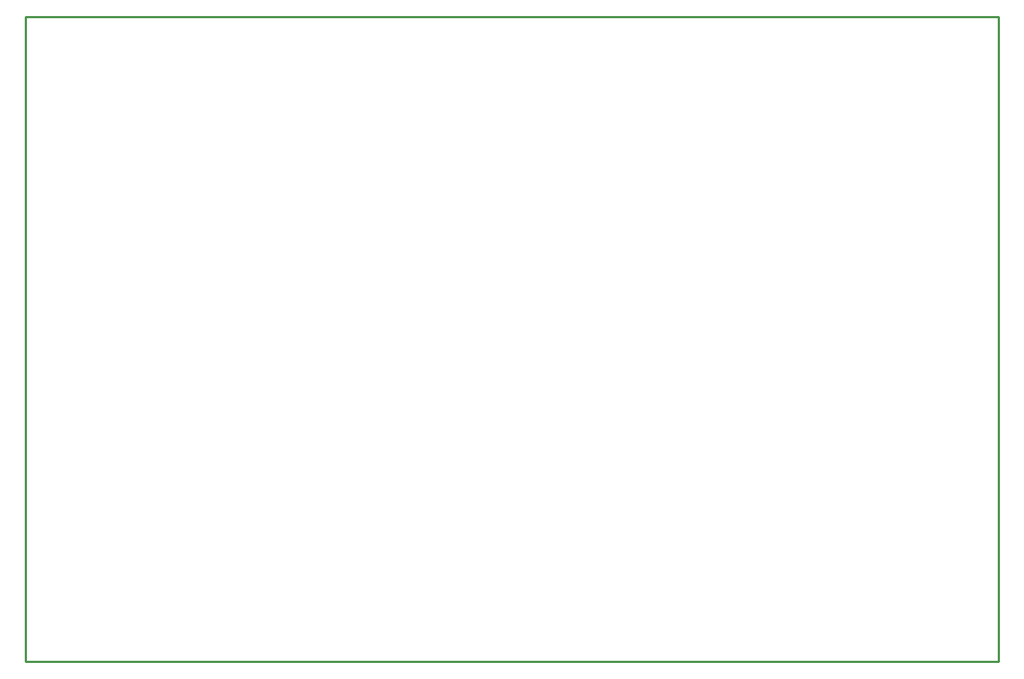
<source format=gko>
G04 Layer: BoardOutlineLayer*
G04 EasyEDA v6.5.15, 2022-10-06 21:05:49*
G04 02616795a82046b39c2d9b7b0e6847de,2aca8c30024240cd9b3e98be76b4c399,10*
G04 Gerber Generator version 0.2*
G04 Scale: 100 percent, Rotated: No, Reflected: No *
G04 Dimensions in millimeters *
G04 leading zeros omitted , absolute positions ,4 integer and 5 decimal *
%FSLAX45Y45*%
%MOMM*%

%ADD10C,0.2540*%
D10*
X1270000Y-1270000D02*
G01*
X1270000Y-1143000D01*
X12573000Y-1143000D01*
X12573000Y-8636000D01*
X1270000Y-8636000D01*
X1270000Y-1270000D01*

%LPD*%
M02*

</source>
